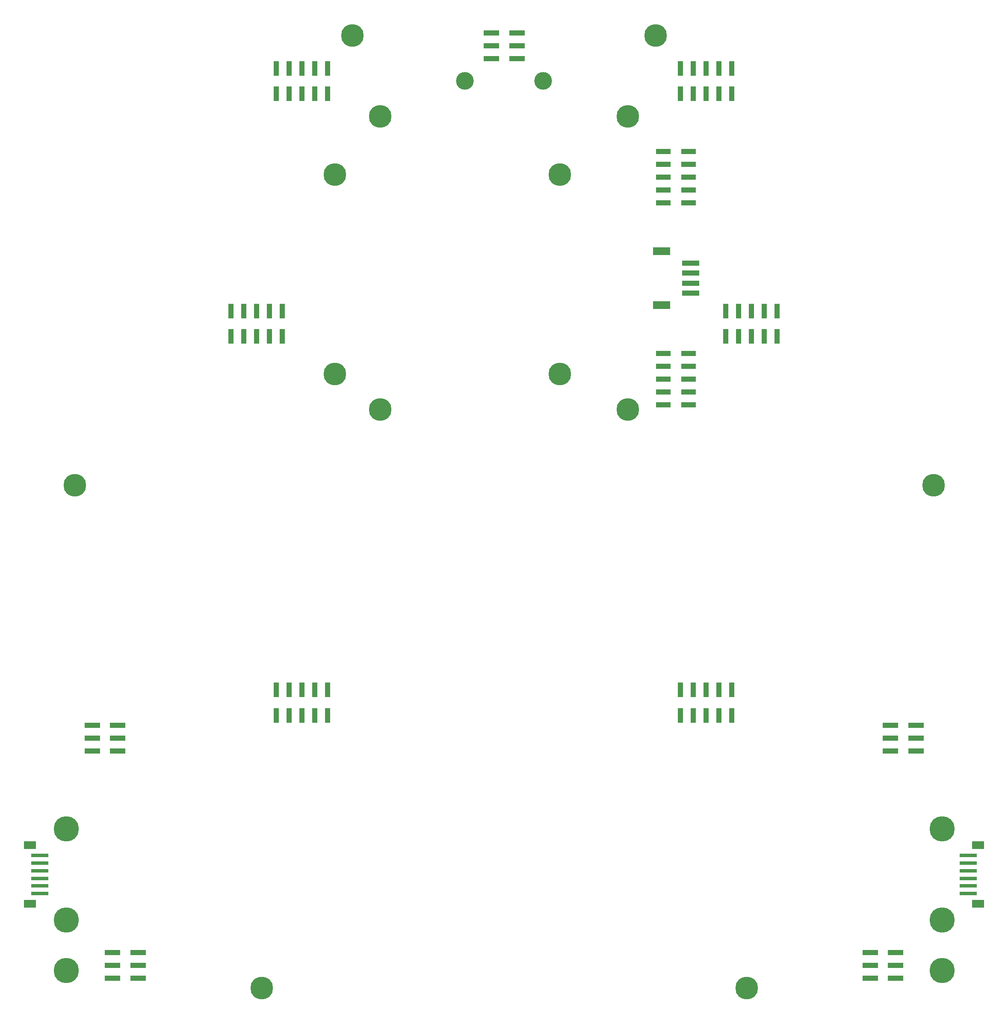
<source format=gts>
G04 #@! TF.GenerationSoftware,KiCad,Pcbnew,(6.0.8)*
G04 #@! TF.CreationDate,2022-10-11T11:52:18+01:00*
G04 #@! TF.ProjectId,NB3_body,4e42335f-626f-4647-992e-6b696361645f,0.0.3*
G04 #@! TF.SameCoordinates,PX76bb820PYd4ab5c0*
G04 #@! TF.FileFunction,Soldermask,Top*
G04 #@! TF.FilePolarity,Negative*
%FSLAX46Y46*%
G04 Gerber Fmt 4.6, Leading zero omitted, Abs format (unit mm)*
G04 Created by KiCad (PCBNEW (6.0.8)) date 2022-10-11 11:52:18*
%MOMM*%
%LPD*%
G01*
G04 APERTURE LIST*
%ADD10R,3.150000X1.000000*%
%ADD11C,4.500000*%
%ADD12C,5.000000*%
%ADD13C,3.500000*%
%ADD14R,3.403600X0.711200*%
%ADD15R,2.387600X1.600200*%
%ADD16R,1.000000X3.000000*%
%ADD17R,3.000000X1.000000*%
%ADD18R,3.505200X1.600200*%
%ADD19R,3.505200X0.990600*%
G04 APERTURE END LIST*
D10*
X72475000Y12540000D03*
X77525000Y12540000D03*
X72475000Y10000000D03*
X77525000Y10000000D03*
X72475000Y7460000D03*
X77525000Y7460000D03*
X-77525000Y12540000D03*
X-72475000Y12540000D03*
X-77525000Y10000000D03*
X-72475000Y10000000D03*
X-77525000Y7460000D03*
X-72475000Y7460000D03*
D11*
X-24500000Y178000000D03*
D12*
X-86700000Y37000000D03*
D11*
X-30000000Y194000000D03*
X30000000Y194000000D03*
D13*
X-7750000Y185000000D03*
X7750000Y185000000D03*
D11*
X-85000000Y105000000D03*
X85000000Y105000000D03*
D12*
X-86700000Y9000000D03*
X86700000Y9000000D03*
D14*
X-91903500Y24250000D03*
X-91903500Y25749999D03*
X-91903500Y27249999D03*
X-91903500Y28750001D03*
X-91903500Y30250001D03*
X-91903500Y31750000D03*
D15*
X-93853501Y22199999D03*
X-93853501Y33800001D03*
D14*
X91903500Y31750000D03*
X91903500Y30250001D03*
X91903500Y28750001D03*
X91903500Y27249999D03*
X91903500Y25749999D03*
X91903500Y24250000D03*
D15*
X93853501Y33800001D03*
X93853501Y22199999D03*
D10*
X-2525000Y194540000D03*
X2525000Y194540000D03*
X-2525000Y192000000D03*
X2525000Y192000000D03*
X-2525000Y189460000D03*
X2525000Y189460000D03*
X76475000Y57540000D03*
X81525000Y57540000D03*
X76475000Y55000000D03*
X81525000Y55000000D03*
X76475000Y52460000D03*
X81525000Y52460000D03*
D11*
X-24500000Y120000000D03*
D16*
X-45080000Y187520000D03*
X-45080000Y182480000D03*
X-42540000Y187520000D03*
X-42540000Y182480000D03*
X-40000000Y187520000D03*
X-40000000Y182480000D03*
X-37460000Y187520000D03*
X-37460000Y182480000D03*
X-34920000Y187520000D03*
X-34920000Y182480000D03*
D12*
X-86700000Y19000000D03*
D16*
X34920000Y187520000D03*
X34920000Y182480000D03*
X37460000Y187520000D03*
X37460000Y182480000D03*
X40000000Y187520000D03*
X40000000Y182480000D03*
X42540000Y187520000D03*
X42540000Y182480000D03*
X45080000Y187520000D03*
X45080000Y182480000D03*
D11*
X24500000Y178000000D03*
D16*
X43920000Y139520000D03*
X43920000Y134480000D03*
X46460000Y139520000D03*
X46460000Y134480000D03*
X49000000Y139520000D03*
X49000000Y134480000D03*
X51540000Y139520000D03*
X51540000Y134480000D03*
X54080000Y139520000D03*
X54080000Y134480000D03*
D11*
X24500000Y120000000D03*
X11000000Y166500000D03*
X-33500000Y127000000D03*
X11000000Y127000000D03*
D12*
X86700000Y37000000D03*
D11*
X-33500000Y166500000D03*
X48000000Y5500000D03*
X-48000000Y5500000D03*
D17*
X36520000Y131080000D03*
X31480000Y131080000D03*
X36520000Y128540000D03*
X31480000Y128540000D03*
X36520000Y126000000D03*
X31480000Y126000000D03*
X36520000Y123460000D03*
X31480000Y123460000D03*
X36520000Y120920000D03*
X31480000Y120920000D03*
D16*
X-54080000Y139520000D03*
X-54080000Y134480000D03*
X-51540000Y139520000D03*
X-51540000Y134480000D03*
X-49000000Y139520000D03*
X-49000000Y134480000D03*
X-46460000Y139520000D03*
X-46460000Y134480000D03*
X-43920000Y139520000D03*
X-43920000Y134480000D03*
X-45080000Y64520000D03*
X-45080000Y59480000D03*
X-42540000Y64520000D03*
X-42540000Y59480000D03*
X-40000000Y64520000D03*
X-40000000Y59480000D03*
X-37460000Y64520000D03*
X-37460000Y59480000D03*
X-34920000Y64520000D03*
X-34920000Y59480000D03*
D12*
X86700000Y19000000D03*
D18*
X31194699Y151350001D03*
X31194699Y140650002D03*
D19*
X36944701Y143000002D03*
X36944701Y145000001D03*
X36944701Y147000002D03*
X36944701Y149000000D03*
D17*
X36520000Y171080000D03*
X31480000Y171080000D03*
X36520000Y168540000D03*
X31480000Y168540000D03*
X36520000Y166000000D03*
X31480000Y166000000D03*
X36520000Y163460000D03*
X31480000Y163460000D03*
X36520000Y160920000D03*
X31480000Y160920000D03*
D10*
X-76475000Y52460000D03*
X-81525000Y52460000D03*
X-76475000Y55000000D03*
X-81525000Y55000000D03*
X-76475000Y57540000D03*
X-81525000Y57540000D03*
D16*
X34920000Y64520000D03*
X34920000Y59480000D03*
X37460000Y64520000D03*
X37460000Y59480000D03*
X40000000Y64520000D03*
X40000000Y59480000D03*
X42540000Y64520000D03*
X42540000Y59480000D03*
X45080000Y64520000D03*
X45080000Y59480000D03*
M02*

</source>
